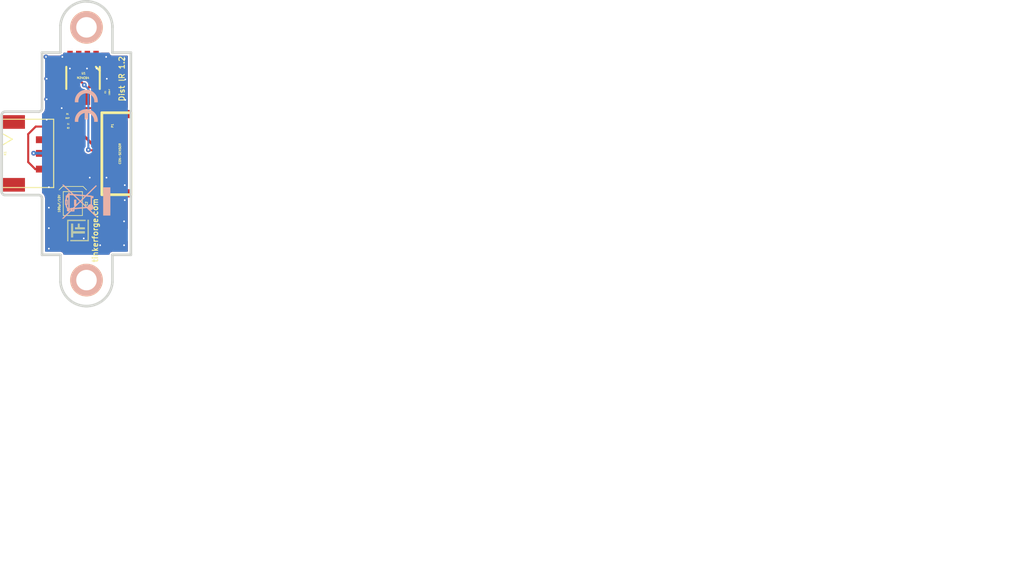
<source format=kicad_pcb>
(kicad_pcb (version 4) (host pcbnew 4.0.2-4+6225~38~ubuntu15.10.1-stable)
  (title_block (title "Dist-IR Bricklet") (date 2016-03-04) (rev 1.2) (company "Tinkerforge GmbH") (comment 1 "Licensed under CERN OHL v.1.1") (comment 2 "Copyright (©) 2016, B.Nordmeyer <bastian@tinkerforge.com>"))
  (layers (0 Vorderseite signal) (31 Rückseite signal) (34 B.Paste user) (35 F.Paste user) (36 B.SilkS user) (37 F.SilkS user) (38 B.Mask user) (39 F.Mask user) (44 Edge.Cuts user))
  (net 0 "")
  (net 1 GND)
  (net 2 IN_1)
  (net 3 SCL)
  (net 4 SDA)
  (net 5 VCC)
  (net 6 "Net-(C2-Pad1)")
  (net 7 "Net-(P1-Pad6)")
  (net 8 "Net-(K1-Pad3)")
  (module CON-SENSOR (layer Vorderseite) (at 150.92172 101.97338 90)
    (fp_text reference P1 (at 4.09956 -2.70002 90) (layer F.SilkS) (effects (font (size 0.29972 0.29972) (thickness 0.0762))))
    (fp_text value CON-SENSOR (at 0 -1.6002 90) (layer F.SilkS) (effects (font (size 0.29972 0.29972) (thickness 0.07112))))
    (pad 1 smd rect (at -4.50088 -4.7752 90) (size 0.59944 1.5494) (layers Vorderseite F.Paste F.Mask) (net 6 "Net-(C2-Pad1)"))
    (pad 2 smd rect (at -3.50012 -4.7752 90) (size 0.59944 1.5494) (layers Vorderseite F.Paste F.Mask) (net 1 GND))
    (pad 3 smd rect (at -2.49936 -4.7752 90) (size 0.59944 1.5494) (layers Vorderseite F.Paste F.Mask) (net 5 VCC))
    (pad 4 smd rect (at -1.50114 -4.7752 90) (size 0.59944 1.5494) (layers Vorderseite F.Paste F.Mask) (net 3 SCL))
    (pad 5 smd rect (at -0.50038 -4.7752 90) (size 0.59944 1.5494) (layers Vorderseite F.Paste F.Mask) (net 4 SDA))
    (pad 6 smd rect (at 0.50038 -4.7752 90) (size 0.59944 1.5494) (layers Vorderseite F.Paste F.Mask) (net 7 "Net-(P1-Pad6)"))
    (pad 7 smd rect (at 1.50114 -4.7752 90) (size 0.59944 1.5494) (layers Vorderseite F.Paste F.Mask) (net 2 IN_1))
    (pad 8 smd rect (at 2.49936 -4.7752 90) (size 0.59944 1.5494) (layers Vorderseite F.Paste F.Mask))
    (pad 9 smd rect (at 3.50012 -4.7752 90) (size 0.59944 1.5494) (layers Vorderseite F.Paste F.Mask))
    (pad 10 smd rect (at 4.50088 -4.7752 90) (size 0.59944 1.5494) (layers Vorderseite F.Paste F.Mask))
    (pad EP smd rect (at -5.79882 -0.89916 90) (size 1.19888 1.80086) (layers Vorderseite F.Paste F.Mask) (net 1 GND))
    (pad EP smd rect (at 5.79882 -0.89916 90) (size 1.19888 1.80086) (layers Vorderseite F.Paste F.Mask) (net 1 GND))
  )
  (module 3528-21 (layer Vorderseite) (at 142.42796 109.27334 270)
    (fp_text reference C2 (at 0 -1.99898 270) (layer F.SilkS) (effects (font (size 0.29972 0.29972) (thickness 0.0762))))
    (fp_text value 100µF/10V (at 0 1.99898 270) (layer F.SilkS) (effects (font (size 0.29972 0.29972) (thickness 0.0762))))
    (pad 1 smd rect (at -1.30048 0 270) (size 1.39954 2.79908) (layers Vorderseite F.Paste F.Mask) (net 6 "Net-(C2-Pad1)") (clearance 0.14986))
    (pad 2 smd rect (at 1.30048 0 270) (size 1.39954 2.79908) (layers Vorderseite F.Paste F.Mask) (net 1 GND) (clearance 0.14986))
  )
  (module Logo_31x31 (layer Vorderseite) (at 141.6 114.8 90)
    (fp_text reference Ref** hide)
    (fp_text value Val** hide)
  )
  (module WEEE_7mm (layer Rückseite) (at 144.4 109 90)
    (fp_text reference VAL hide)
    (fp_text value WEEE_7mm hide)
  )
  (module CE_5mm (layer Rückseite) (at 144.4 95 270)
    (fp_text reference VAL hide)
    (fp_text value CE_5mm hide)
  )
  (module Fiducial_Mark (layer Vorderseite) (at 139.42822 89.37498)
    (fp_text reference Fiducial_Mark hide)
    (fp_text value VAL** hide)
    (pad 1 smd circle (at 0 0) (size 1.00076 1.00076) (layers Vorderseite F.Mask) (clearance 0.65024))
  )
  (module Fiducial_Mark (layer Vorderseite) (at 149.52726 113.87582)
    (fp_text reference Fiducial_Mark hide)
    (fp_text value VAL** hide)
    (pad 1 smd circle (at 0 0) (size 1.00076 1.00076) (layers Vorderseite F.Mask) (clearance 0.65024))
  )
  (module DRILL_NP (layer Vorderseite) (at 144.42694 120.47474)
    (fp_text reference U2 hide)
    (fp_text value DRILL hide)
    (pad "" thru_hole circle (at 0 0) (size 2.99974 2.99974) (drill 2.99974) (layers *.Cu *.SilkS *.Mask) (clearance 0.89916))
  )
  (module DRILL_NP (layer Vorderseite) (at 144.42694 83.47456)
    (fp_text reference U3 hide)
    (fp_text value DRILL hide)
    (pad "" thru_hole circle (at 0 0) (size 2.99974 2.99974) (drill 2.99974) (layers *.Cu *.SilkS *.Mask) (clearance 0.89916))
  )
  (module kicad-libraries:0603E (layer Vorderseite) (at 141.7 98)
    (fp_text reference R2 (at 0.05 0.225) (layer F.SilkS) (effects (font (size 0.2 0.2) (thickness 0.05))))
    (fp_text value 1k (at 0.05 -0.375) (layer F.SilkS) (effects (font (size 0.2 0.2) (thickness 0.05))))
    (pad 1 smd rect (at -0.8501 0) (size 1.1 1) (layers Vorderseite F.Paste F.Mask) (net 8 "Net-(K1-Pad3)"))
    (pad 2 smd rect (at 0.8501 0) (size 1.1 1) (layers Vorderseite F.Paste F.Mask) (net 2 IN_1))
  )
  (module kicad-libraries:0603E (layer Vorderseite) (at 141.7 96.4 180)
    (fp_text reference R1 (at 0.05 0.225 180) (layer F.SilkS) (effects (font (size 0.2 0.2) (thickness 0.05))))
    (fp_text value DNP (at 0.05 -0.375 180) (layer F.SilkS) (effects (font (size 0.2 0.2) (thickness 0.05))))
    (pad 1 smd rect (at -0.8501 0 180) (size 1.1 1) (layers Vorderseite F.Paste F.Mask) (net 2 IN_1))
    (pad 2 smd rect (at 0.8501 0 180) (size 1.1 1) (layers Vorderseite F.Paste F.Mask) (net 1 GND))
  )
  (module kicad-libraries:0603E (layer Vorderseite) (at 147.4 92.9 270)
    (fp_text reference C1 (at 0.05 0.225 270) (layer F.SilkS) (effects (font (size 0.2 0.2) (thickness 0.05))))
    (fp_text value 100nF (at 0.05 -0.375 270) (layer F.SilkS) (effects (font (size 0.2 0.2) (thickness 0.05))))
    (pad 1 smd rect (at -0.8501 0 270) (size 1.1 1) (layers Vorderseite F.Paste F.Mask) (net 1 GND))
    (pad 2 smd rect (at 0.8501 0 270) (size 1.1 1) (layers Vorderseite F.Paste F.Mask) (net 5 VCC))
  )
  (module kicad-libraries:SO-8 (layer Vorderseite) (at 143.92148 90.87358 180)
    (fp_text reference U1 (at -0.07852 0.67358 180) (layer F.SilkS) (effects (font (size 0.3 0.3) (thickness 0.075))))
    (fp_text value M24C64 (at 0 0 180) (layer F.SilkS) (effects (font (size 0.3 0.3) (thickness 0.075))))
    (pad 1 smd rect (at -1.90246 2.86766) (size 0.79756 2.19964) (layers Vorderseite F.Paste F.Mask) (net 1 GND))
    (pad 2 smd rect (at -0.63246 2.86766) (size 0.79756 2.19964) (layers Vorderseite F.Paste F.Mask) (net 1 GND))
    (pad 3 smd rect (at 0.63246 2.86766) (size 0.79756 2.19964) (layers Vorderseite F.Paste F.Mask) (net 7 "Net-(P1-Pad6)"))
    (pad 4 smd rect (at 1.90246 2.86766) (size 0.79756 2.19964) (layers Vorderseite F.Paste F.Mask) (net 1 GND))
    (pad 5 smd rect (at 1.90246 -2.86766 180) (size 0.79756 2.19964) (layers Vorderseite F.Paste F.Mask) (net 4 SDA))
    (pad 6 smd rect (at 0.63246 -2.86766 180) (size 0.79756 2.19964) (layers Vorderseite F.Paste F.Mask) (net 3 SCL))
    (pad 7 smd rect (at -0.63246 -2.86766 180) (size 0.79756 2.19964) (layers Vorderseite F.Paste F.Mask))
    (pad 8 smd rect (at -1.90246 -2.86766 180) (size 0.79756 2.19964) (layers Vorderseite F.Paste F.Mask) (net 5 VCC))
  )
  (module kicad-libraries:S3B-PH-SM4 (layer Vorderseite) (at 132.025 101.925 90)
    (fp_text reference K1 (at 0 0.5 90) (layer F.SilkS) (effects (font (size 0.3 0.3) (thickness 0.075))))
    (fp_text value S3B-PH-SM4)
    (pad "" smd rect (at -4.6 1.7 90) (size 2 3.4) (layers Vorderseite F.Paste F.Mask))
    (pad "" smd rect (at 4.6 1.7 90) (size 2 3.4) (layers Vorderseite F.Paste F.Mask))
    (pad 3 smd rect (at -2.3 8 90) (size 1 6) (layers Vorderseite F.Paste F.Mask) (net 8 "Net-(K1-Pad3)"))
    (pad 2 smd rect (at 0 8 90) (size 1 6) (layers Vorderseite F.Paste F.Mask) (net 1 GND))
    (pad 1 smd rect (at 2 8 90) (size 1 6) (layers Vorderseite F.Paste F.Mask) (net 6 "Net-(C2-Pad1)"))
  )
  (gr_line (start 137.925 116.775) (end 137.925 108.525) (angle 90) (layer Edge.Cuts) (width 0.381))
  (gr_line (start 137.925 95.3) (end 137.925 87.175) (angle 90) (layer Edge.Cuts) (width 0.381))
  (gr_line (start 132.525 95.825) (end 137.425 95.825) (angle 90) (layer Edge.Cuts) (width 0.381))
  (gr_line (start 137.425 108.025) (end 132.525 108.025) (angle 90) (layer Edge.Cuts) (width 0.381))
  (gr_arc (start 137.425 108.525) (end 137.425 108.025) (angle 90) (layer Edge.Cuts) (width 0.381))
  (gr_arc (start 137.425 95.325) (end 137.925 95.325) (angle 90) (layer Edge.Cuts) (width 0.381))
  (gr_arc (start 132.525 96.325) (end 132.025 96.325) (angle 90) (layer Edge.Cuts) (width 0.381))
  (gr_arc (start 132.525 107.525) (end 132.525 108.025) (angle 90) (layer Edge.Cuts) (width 0.381))
  (gr_line (start 132.025 96.325) (end 132.025 107.525) (angle 90) (layer Edge.Cuts) (width 0.381))
  (gr_text tinkerforge.com (at 145.7 113.2 90) (layer F.SilkS) (effects (font (size 0.8001 0.8001) (thickness 0.14986))))
  (gr_line (start 148.21916 87.1728) (end 150.91918 87.1728) (angle 90) (layer Edge.Cuts) (width 0.381))
  (gr_line (start 137.91946 87.1728) (end 140.61948 87.1728) (angle 90) (layer Edge.Cuts) (width 0.381))
  (gr_line (start 137.91946 116.77396) (end 140.61948 116.77396) (angle 90) (layer Edge.Cuts) (width 0.381))
  (gr_line (start 148.21916 116.77396) (end 150.91918 116.77396) (angle 90) (layer Edge.Cuts) (width 0.381))
  (gr_arc (start 144.41932 120.4722) (end 144.72158 124.27204) (angle 90) (layer Edge.Cuts) (width 0.381))
  (gr_arc (start 144.41932 120.4722) (end 148.21916 120.77192) (angle 90) (layer Edge.Cuts) (width 0.381))
  (gr_line (start 140.61948 120.77192) (end 140.61948 116.77142) (angle 90) (layer Edge.Cuts) (width 0.381))
  (gr_line (start 148.21916 120.77192) (end 148.21916 116.77142) (angle 90) (layer Edge.Cuts) (width 0.381))
  (gr_line (start 150.91918 116.77396) (end 150.91918 87.1728) (angle 90) (layer Edge.Cuts) (width 0.381))
  (gr_arc (start 144.41932 83.47202) (end 144.41932 79.67218) (angle 90) (layer Edge.Cuts) (width 0.381))
  (gr_arc (start 144.41932 83.47202) (end 140.61948 83.1723) (angle 90) (layer Edge.Cuts) (width 0.381))
  (gr_line (start 148.21916 87.1728) (end 148.21916 83.1723) (angle 90) (layer Edge.Cuts) (width 0.381))
  (gr_line (start 140.61948 87.1728) (end 140.61948 83.1723) (angle 90) (layer Edge.Cuts) (width 0.381))
  (gr_text "Dist IR 1.2" (at 149.6 91 90) (layer F.SilkS) (effects (font (size 0.8 0.8) (thickness 0.14986))))
  (segment (start 138.6 97) (end 138.6 101.5) (width 0.29972) (layer Rückseite) (net 1))
  (segment (start 142 89.7) (end 140.7 91) (width 0.29972) (layer Rückseite) (net 1))
  (segment (start 140.7 91) (end 138.6 91) (width 0.29972) (layer Rückseite) (net 1))
  (via (at 138.6 91) (size 0.70104) (drill 0.24892) (layers Vorderseite Rückseite) (net 1))
  (segment (start 138.6 91) (end 138.6 94) (width 0.29972) (layer Vorderseite) (net 1))
  (via (at 138.6 94) (size 0.70104) (drill 0.24892) (layers Vorderseite Rückseite) (net 1))
  (segment (start 138.6 94) (end 138.6 97) (width 0.29972) (layer Rückseite) (net 1))
  (via (at 138.6 97) (size 0.70104) (drill 0.24892) (layers Vorderseite Rückseite) (net 1))
  (segment (start 142 89.5) (end 142 89.7) (width 0.29972) (layer Rückseite) (net 1))
  (segment (start 136.725 101.925) (end 140.025 101.925) (width 0.39878) (layer Vorderseite) (net 1))
  (segment (start 136.7 101.9) (end 136.725 101.925) (width 0.29972) (layer Vorderseite) (net 1))
  (via (at 136.7 101.9) (size 0.70104) (drill 0.24892) (layers Vorderseite Rückseite) (net 1))
  (segment (start 138.2 101.9) (end 136.7 101.9) (width 0.39878) (layer Rückseite) (net 1))
  (segment (start 138.6 101.5) (end 138.2 101.9) (width 0.29972) (layer Rückseite) (net 1))
  (segment (start 147.4 91) (end 147.4 87.9) (width 0.29972) (layer Rückseite) (net 1))
  (via (at 147.4 91) (size 0.70104) (drill 0.24892) (layers Vorderseite Rückseite) (net 1))
  (segment (start 147.4 92.0499) (end 147.4 91) (width 0.29972) (layer Vorderseite) (net 1))
  (via (at 150.1 94.1) (size 0.70104) (drill 0.24892) (layers Vorderseite Rückseite) (net 1))
  (segment (start 150.1 91.1) (end 150.1 94.1) (width 0.29972) (layer Vorderseite) (net 1))
  (via (at 150.1 91.1) (size 0.70104) (drill 0.24892) (layers Vorderseite Rückseite) (net 1))
  (segment (start 150.1 88.2) (end 150.1 91.1) (width 0.29972) (layer Rückseite) (net 1))
  (segment (start 150 88.1) (end 150.1 88.2) (width 0.29972) (layer Rückseite) (net 1))
  (via (at 150 88.1) (size 0.70104) (drill 0.24892) (layers Vorderseite Rückseite) (net 1))
  (segment (start 147.6 88.1) (end 150 88.1) (width 0.29972) (layer Vorderseite) (net 1))
  (segment (start 147.3 87.8) (end 147.6 88.1) (width 0.29972) (layer Vorderseite) (net 1))
  (via (at 147.3 87.8) (size 0.70104) (drill 0.24892) (layers Vorderseite Rückseite) (net 1))
  (segment (start 147.4 87.9) (end 147.3 87.8) (width 0.29972) (layer Rückseite) (net 1))
  (segment (start 145.82394 88.00592) (end 145.82394 89.42394) (width 0.29972) (layer Vorderseite) (net 1))
  (via (at 145.9 89.5) (size 0.70104) (drill 0.24892) (layers Vorderseite Rückseite) (net 1))
  (segment (start 145.82394 89.42394) (end 145.9 89.5) (width 0.29972) (layer Vorderseite) (net 1))
  (segment (start 144.55394 88.00592) (end 144.55394 89.44606) (width 0.29972) (layer Vorderseite) (net 1))
  (via (at 144.5 89.5) (size 0.70104) (drill 0.24892) (layers Vorderseite Rückseite) (net 1))
  (segment (start 144.55394 89.44606) (end 144.5 89.5) (width 0.29972) (layer Vorderseite) (net 1))
  (segment (start 142.01902 88.00592) (end 142.01902 89.48098) (width 0.29972) (layer Vorderseite) (net 1))
  (via (at 138.5 87.8) (size 0.70104) (drill 0.24892) (layers Vorderseite Rückseite) (net 1))
  (segment (start 140.9 87.8) (end 138.5 87.8) (width 0.29972) (layer Vorderseite) (net 1))
  (via (at 140.9 87.8) (size 0.70104) (drill 0.24892) (layers Vorderseite Rückseite) (net 1))
  (segment (start 140.9 88.4) (end 140.9 87.8) (width 0.29972) (layer Rückseite) (net 1))
  (segment (start 142 89.5) (end 140.9 88.4) (width 0.29972) (layer Rückseite) (net 1))
  (via (at 142 89.5) (size 0.70104) (drill 0.24892) (layers Vorderseite Rückseite) (net 1))
  (segment (start 142.01902 89.48098) (end 142 89.5) (width 0.29972) (layer Vorderseite) (net 1))
  (segment (start 140.8499 96.4) (end 140.8499 95.3499) (width 0.39878) (layer Vorderseite) (net 1))
  (via (at 140.8 95.3) (size 0.70104) (drill 0.24892) (layers Vorderseite Rückseite) (net 1))
  (segment (start 140.8499 95.3499) (end 140.8 95.3) (width 0.39878) (layer Vorderseite) (net 1))
  (segment (start 145.02384 113.3729) (end 145.02384 108.87202) (width 0.29972) (layer Rückseite) (net 1))
  (segment (start 142.42288 114.34826) (end 143.99768 114.34826) (width 0.29972) (layer Vorderseite) (net 1))
  (via (at 150.02256 108.77296) (size 0.70104) (layers Vorderseite Rückseite) (net 1))
  (segment (start 150.02256 108.77296) (end 149.9235 108.87202) (width 0.29972) (layer Rückseite) (net 1))
  (segment (start 149.9235 108.87202) (end 145.02384 108.87202) (width 0.29972) (layer Rückseite) (net 1))
  (segment (start 150.02256 107.7722) (end 150.02256 108.77296) (width 0.29972) (layer Vorderseite) (net 1))
  (segment (start 142.42288 114.34826) (end 140.44676 114.34826) (width 0.29972) (layer Vorderseite) (net 1))
  (segment (start 143.99768 114.34826) (end 144.02308 114.37366) (width 0.29972) (layer Vorderseite) (net 1))
  (segment (start 144.02308 114.37366) (end 145.02384 113.3729) (width 0.29972) (layer Rückseite) (net 1))
  (via (at 144.02308 114.37366) (size 0.70104) (layers Vorderseite Rückseite) (net 1))
  (segment (start 149.9235 111.87176) (end 149.9235 115.37188) (width 0.29972) (layer Rückseite) (net 1))
  (segment (start 149.9235 115.37188) (end 146.42338 115.37188) (width 0.29972) (layer Vorderseite) (net 1))
  (via (at 146.42338 115.37188) (size 0.70104) (layers Vorderseite Rückseite) (net 1))
  (segment (start 150.02256 108.77296) (end 150.02256 111.27486) (width 0.29972) (layer Vorderseite) (net 1))
  (segment (start 140.44676 114.34826) (end 138.92276 115.87226) (width 0.29972) (layer Vorderseite) (net 1))
  (via (at 138.92276 115.87226) (size 0.70104) (layers Vorderseite Rückseite) (net 1))
  (segment (start 138.92276 115.87226) (end 138.92276 112.87252) (width 0.29972) (layer Rückseite) (net 1))
  (via (at 138.92276 112.87252) (size 0.70104) (layers Vorderseite Rückseite) (net 1))
  (segment (start 138.92276 112.87252) (end 138.92276 109.87278) (width 0.29972) (layer Vorderseite) (net 1))
  (via (at 138.92276 109.87278) (size 0.70104) (layers Vorderseite Rückseite) (net 1))
  (segment (start 138.92276 109.87278) (end 138.92276 106.87304) (width 0.29972) (layer Rückseite) (net 1))
  (via (at 138.92276 106.87304) (size 0.70104) (layers Vorderseite Rückseite) (net 1))
  (via (at 147.35048 105.4735) (size 0.70104) (layers Vorderseite Rückseite) (net 1))
  (segment (start 147.35048 105.4735) (end 148.4503 106.57332) (width 0.29972) (layer Rückseite) (net 1))
  (segment (start 148.4503 106.57332) (end 150.0251 106.57332) (width 0.29972) (layer Rückseite) (net 1))
  (via (at 150.0251 106.57332) (size 0.70104) (layers Vorderseite Rückseite) (net 1))
  (segment (start 150.0251 106.57332) (end 150.02256 106.57586) (width 0.29972) (layer Vorderseite) (net 1))
  (segment (start 150.02256 106.57586) (end 150.02256 107.7722) (width 0.29972) (layer Vorderseite) (net 1))
  (segment (start 146.14652 105.4735) (end 147.35048 105.4735) (width 0.29972) (layer Vorderseite) (net 1))
  (segment (start 146.14652 105.4735) (end 144.90192 105.4735) (width 0.29972) (layer Vorderseite) (net 1))
  (via (at 144.90192 105.4735) (size 0.70104) (layers Vorderseite Rückseite) (net 1))
  (segment (start 150.02256 111.27486) (end 149.9235 111.87176) (width 0.29972) (layer Vorderseite) (net 1))
  (via (at 149.9235 111.87176) (size 0.70104) (layers Vorderseite Rückseite) (net 1))
  (segment (start 142.42796 112.77854) (end 144.02308 114.37366) (width 0.29972) (layer Vorderseite) (net 1))
  (segment (start 142.42796 110.57382) (end 142.42796 112.77854) (width 0.29972) (layer Vorderseite) (net 1))
  (via (at 149.9235 115.37188) (size 0.70104) (layers Vorderseite Rückseite) (net 1))
  (segment (start 142.5501 96.4) (end 142.5501 98) (width 0.39878) (layer Vorderseite) (net 2))
  (segment (start 146.14652 100.47224) (end 145.17224 100.47224) (width 0.39878) (layer Vorderseite) (net 2))
  (segment (start 143.5 98) (end 142.5501 98) (width 0.39878) (layer Vorderseite) (net 2))
  (segment (start 144 98.5) (end 143.5 98) (width 0.39878) (layer Vorderseite) (net 2))
  (segment (start 144 99.3) (end 144 98.5) (width 0.39878) (layer Vorderseite) (net 2))
  (segment (start 145.17224 100.47224) (end 144 99.3) (width 0.39878) (layer Vorderseite) (net 2))
  (segment (start 142.6 97.9501) (end 142.5501 98) (width 0.29972) (layer Vorderseite) (net 2))
  (segment (start 143.28902 93.74124) (end 143.28902 94.48902) (width 0.29972) (layer Vorderseite) (net 3))
  (segment (start 143.28902 94.48902) (end 144.099618 95.299618) (width 0.29972) (layer Vorderseite) (net 3))
  (segment (start 144.099618 95.299618) (end 146.599618 95.299618) (width 0.29972) (layer Vorderseite) (net 3))
  (segment (start 146.599618 95.299618) (end 148 96.7) (width 0.29972) (layer Vorderseite) (net 3))
  (segment (start 148 96.7) (end 148 102.9) (width 0.29972) (layer Vorderseite) (net 3))
  (segment (start 148 102.9) (end 147.42548 103.47452) (width 0.29972) (layer Vorderseite) (net 3))
  (segment (start 147.42548 103.47452) (end 146.14652 103.47452) (width 0.29972) (layer Vorderseite) (net 3))
  (segment (start 146.14652 102.47376) (end 147.32624 102.47376) (width 0.29972) (layer Vorderseite) (net 4))
  (segment (start 142.01902 95.01902) (end 142.01902 93.74124) (width 0.29972) (layer Vorderseite) (net 4))
  (segment (start 142.3 95.3) (end 142.01902 95.01902) (width 0.29972) (layer Vorderseite) (net 4))
  (segment (start 143.2 95.3) (end 142.3 95.3) (width 0.29972) (layer Vorderseite) (net 4))
  (segment (start 143.7 95.8) (end 143.2 95.3) (width 0.29972) (layer Vorderseite) (net 4))
  (segment (start 146.3 95.8) (end 143.7 95.8) (width 0.29972) (layer Vorderseite) (net 4))
  (segment (start 147.4 96.9) (end 146.3 95.8) (width 0.29972) (layer Vorderseite) (net 4))
  (segment (start 147.4 102.4) (end 147.4 96.9) (width 0.29972) (layer Vorderseite) (net 4))
  (segment (start 147.32624 102.47376) (end 147.4 102.4) (width 0.29972) (layer Vorderseite) (net 4))
  (segment (start 147.4 93.7501) (end 145.8328 93.7501) (width 0.29972) (layer Vorderseite) (net 5))
  (segment (start 145.8328 93.7501) (end 145.82394 93.74124) (width 0.29972) (layer Vorderseite) (net 5))
  (segment (start 147.4 93.7501) (end 147.4 95.1) (width 0.29972) (layer Vorderseite) (net 5))
  (segment (start 147.42726 104.47274) (end 146.14652 104.47274) (width 0.29972) (layer Vorderseite) (net 5))
  (segment (start 148.7 103.2) (end 147.42726 104.47274) (width 0.29972) (layer Vorderseite) (net 5))
  (segment (start 148.7 96.4) (end 148.7 103.2) (width 0.29972) (layer Vorderseite) (net 5))
  (segment (start 147.4 95.1) (end 148.7 96.4) (width 0.29972) (layer Vorderseite) (net 5))
  (segment (start 142.42796 107.97286) (end 142.42796 107.07204) (width 0.29972) (layer Vorderseite) (net 6))
  (segment (start 143.7 100.6) (end 143.025 99.925) (width 0.29972) (layer Vorderseite) (net 6))
  (segment (start 143.7 105.8) (end 143.7 100.6) (width 0.29972) (layer Vorderseite) (net 6))
  (segment (start 142.42796 107.07204) (end 143.7 105.8) (width 0.29972) (layer Vorderseite) (net 6))
  (segment (start 143.025 99.925) (end 140.025 99.925) (width 0.29972) (layer Vorderseite) (net 6))
  (segment (start 146.14652 106.47426) (end 144.82574 106.47426) (width 0.39878) (layer Vorderseite) (net 6))
  (segment (start 144.5 107.2) (end 143.72714 107.97286) (width 0.39878) (layer Vorderseite) (net 6))
  (segment (start 144.5 106.8) (end 144.5 107.2) (width 0.39878) (layer Vorderseite) (net 6))
  (segment (start 144.82574 106.47426) (end 144.5 106.8) (width 0.39878) (layer Vorderseite) (net 6))
  (segment (start 143.72714 107.97286) (end 142.42796 107.97286) (width 0.39878) (layer Vorderseite) (net 6))
  (segment (start 142.42796 107.42796) (end 142.42796 107.97286) (width 0.39878) (layer Vorderseite) (net 6))
  (segment (start 140.025 99.925) (end 140.075 99.925) (width 0.29972) (layer Vorderseite) (net 6))
  (segment (start 143.28902 88.00592) (end 143.28902 91.08902) (width 0.29972) (layer Vorderseite) (net 7))
  (segment (start 144.773 101.473) (end 146.14652 101.473) (width 0.29972) (layer Vorderseite) (net 7))
  (segment (start 144.7 101.4) (end 144.773 101.473) (width 0.29972) (layer Vorderseite) (net 7))
  (via (at 144.7 101.4) (size 0.70104) (drill 0.24892) (layers Vorderseite Rückseite) (net 7))
  (segment (start 144.7 92.5) (end 144.7 101.4) (width 0.29972) (layer Rückseite) (net 7))
  (segment (start 144.1 91.9) (end 144.7 92.5) (width 0.29972) (layer Rückseite) (net 7))
  (via (at 144.1 91.9) (size 0.70104) (drill 0.24892) (layers Vorderseite Rückseite) (net 7))
  (segment (start 143.28902 91.08902) (end 144.1 91.9) (width 0.29972) (layer Vorderseite) (net 7))
  (segment (start 140.025 104.225) (end 136.925 104.225) (width 0.29972) (layer Vorderseite) (net 8))
  (segment (start 137 98) (end 140.8499 98) (width 0.29972) (layer Vorderseite) (net 8))
  (segment (start 135.9 99.1) (end 137 98) (width 0.29972) (layer Vorderseite) (net 8))
  (segment (start 135.9 103.2) (end 135.9 99.1) (width 0.29972) (layer Vorderseite) (net 8))
  (segment (start 136.925 104.225) (end 135.9 103.2) (width 0.29972) (layer Vorderseite) (net 8))
  (zone (net 1) (net_name GND) (layer Vorderseite) (connect_pads (clearance 0.24892)) (min_thickness 0.24892) (fill yes (arc_segments 16) (thermal_gap 0.29972) (thermal_bridge_width 0.29972))
    (polygon (pts (xy 150.91918 116.77396) (xy 150.91918 87.1728) (xy 137.91946 87.1728) (xy 137.91946 116.77396)))
  )
  (zone (net 1) (net_name GND) (layer Rückseite) (connect_pads (clearance 0.24892)) (min_thickness 0.24892) (fill yes (arc_segments 16) (thermal_gap 0.29972) (thermal_bridge_width 0.29972))
    (polygon (pts (xy 150.91918 116.77396) (xy 150.91918 87.1728) (xy 137.91946 87.1728) (xy 137.91946 116.77396)))
  )
)
</source>
